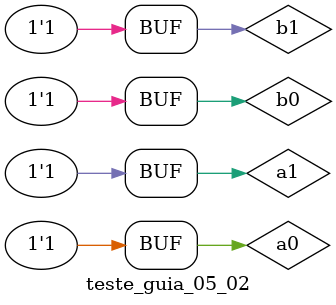
<source format=v>



module meia_subt (s0, s1, a, b);
	
	input   a, b;
	output s0, s1;
	
	wire sa1;
	
		// instancia	
	xor XOR1(s0,a, b);
	not NOT1(sa1, a);
	and AND1(s1, sa1, b);
	
endmodule // meia_subt


// -------------------------
// -- subt completa de 1 bit
// -------------------------

module subt_comp_1b (s0, s1, a, b, c);
	
		// operador de diferença completa de 1 bit
	
	input   a, b, c;
	output s0, s1;
	
	wire sa1, sa2, sa3;
	
		// instancia	
	meia_subt SUBT1 (sa1, sa2, a, b);
	meia_subt SUBT2 (s0, sa3, sa1, c);
	or OR1 (s1, sa2, sa3);
	
endmodule // subt_comp_1b


// ----------------------------
// -- subt completa de 2 bits
// ----------------------------

module subt_completa_2bit (s0, s1, s2, a0, a1, b0, b1);
	
		// operador de subtracao completa de 2 bits
	
	input   a0, a1, b0, b1;
	output s0, s1, s2;
	
	wire sa1;
	
		// instancia	
	subt_comp_1b SC1(s0, sa1, a0, b0, 0);
	subt_comp_1b SC2(s1, s2, a1, b1, sa1);
	
endmodule // subt_completa_2bit


// ---------------------
// -- guia 05_02 teste
// ---------------------


module teste_guia_05_02;

	reg a0, a1, b0, b1;
	wire s0, s1, s2;
	
		// instancia
	subt_completa_2bit SUBTC2B (s0, s1, s2, a0, a1, b0, b1);

	initial begin:start
		a0=0; a1=0; b0=0; b1=0;
	end

		// parte principal
	initial begin:main
		$display("Guia 05_02 - Mariana Ramos de Brito - 405820");
		$display("Teste do operador de subtracao completa de numeros com 2 bits cada.\n");
		$display("a1a0 - b1b0 = s2s1s0\n");
		$monitor("%b%b - %b%b = %b%b%b\n", a1, a0, b1, b0, s2, s1, s0);
		
		#1 a1=0; a0=1; b1=0; b0=0;
		#1 a1=1; a0=0; b1=0; b0=0;
		#1 a1=1; a0=1; b1=0; b0=0;
		
		#1 a1=0; a0=0; b1=0; b0=1;
		#1 a1=0; a0=1; b1=0; b0=1;
		#1 a1=1; a0=0; b1=0; b0=1;
		#1 a1=1; a0=1; b1=0; b0=1;
		
		#1 a1=0; a0=0; b1=1; b0=0;
		#1 a1=0; a0=1; b1=1; b0=0;
		#1 a1=1; a0=0; b1=1; b0=0;
		#1 a1=1; a0=1; b1=1; b0=0;
		
		#1 a1=0; a0=0; b1=1; b0=1;
		#1 a1=0; a0=1; b1=1; b0=1;
		#1 a1=1; a0=0; b1=1; b0=1;
		#1 a1=1; a0=1; b1=1; b0=1;
  		
	end

endmodule // guia_05_02
</source>
